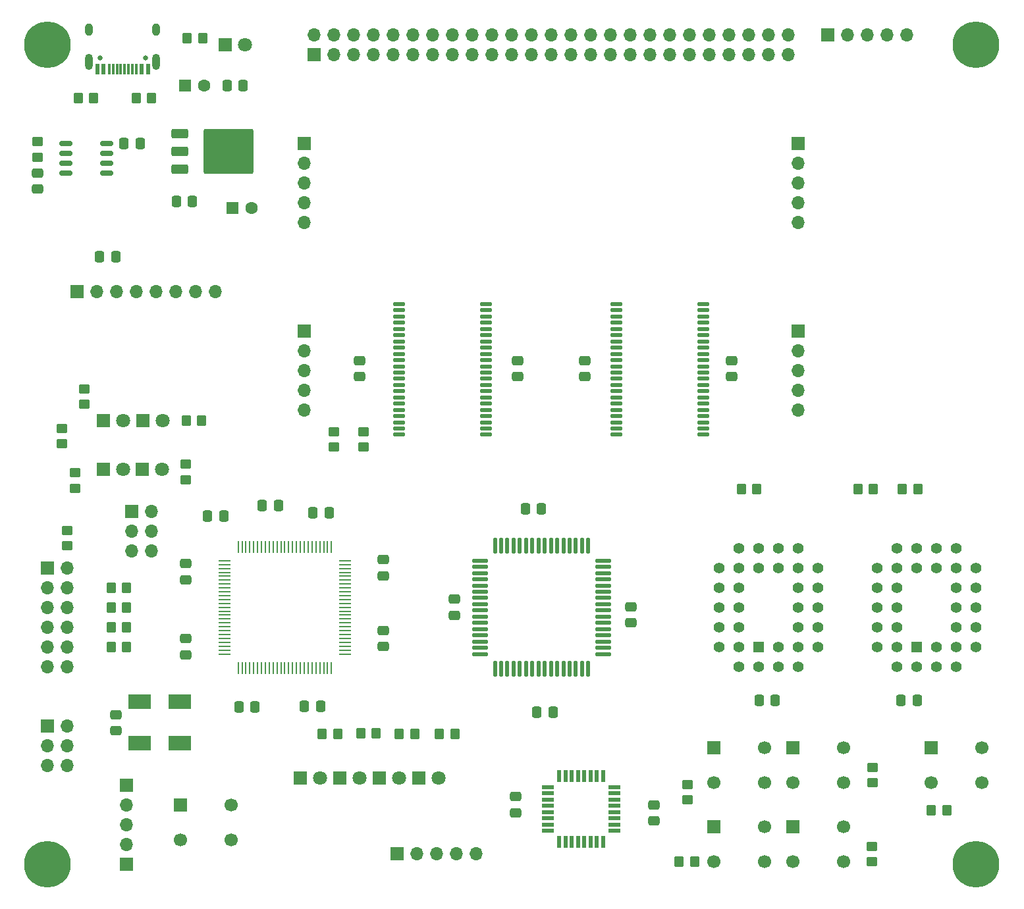
<source format=gbr>
G04 #@! TF.GenerationSoftware,KiCad,Pcbnew,7.0.7*
G04 #@! TF.CreationDate,2023-12-21T21:40:58+09:00*
G04 #@! TF.ProjectId,Pixy-68000,50697879-2d36-4383-9030-302e6b696361,rev?*
G04 #@! TF.SameCoordinates,Original*
G04 #@! TF.FileFunction,Soldermask,Top*
G04 #@! TF.FilePolarity,Negative*
%FSLAX46Y46*%
G04 Gerber Fmt 4.6, Leading zero omitted, Abs format (unit mm)*
G04 Created by KiCad (PCBNEW 7.0.7) date 2023-12-21 21:40:58*
%MOMM*%
%LPD*%
G01*
G04 APERTURE LIST*
G04 Aperture macros list*
%AMRoundRect*
0 Rectangle with rounded corners*
0 $1 Rounding radius*
0 $2 $3 $4 $5 $6 $7 $8 $9 X,Y pos of 4 corners*
0 Add a 4 corners polygon primitive as box body*
4,1,4,$2,$3,$4,$5,$6,$7,$8,$9,$2,$3,0*
0 Add four circle primitives for the rounded corners*
1,1,$1+$1,$2,$3*
1,1,$1+$1,$4,$5*
1,1,$1+$1,$6,$7*
1,1,$1+$1,$8,$9*
0 Add four rect primitives between the rounded corners*
20,1,$1+$1,$2,$3,$4,$5,0*
20,1,$1+$1,$4,$5,$6,$7,0*
20,1,$1+$1,$6,$7,$8,$9,0*
20,1,$1+$1,$8,$9,$2,$3,0*%
G04 Aperture macros list end*
%ADD10C,6.000000*%
%ADD11RoundRect,0.250000X-0.350000X-0.450000X0.350000X-0.450000X0.350000X0.450000X-0.350000X0.450000X0*%
%ADD12RoundRect,0.250000X0.450000X-0.350000X0.450000X0.350000X-0.450000X0.350000X-0.450000X-0.350000X0*%
%ADD13R,1.800000X1.800000*%
%ADD14C,1.800000*%
%ADD15RoundRect,0.250000X-0.337500X-0.475000X0.337500X-0.475000X0.337500X0.475000X-0.337500X0.475000X0*%
%ADD16R,1.700000X1.700000*%
%ADD17O,1.700000X1.700000*%
%ADD18C,1.700000*%
%ADD19RoundRect,0.250000X-0.450000X0.350000X-0.450000X-0.350000X0.450000X-0.350000X0.450000X0.350000X0*%
%ADD20RoundRect,0.250000X-0.475000X0.337500X-0.475000X-0.337500X0.475000X-0.337500X0.475000X0.337500X0*%
%ADD21RoundRect,0.250000X0.350000X0.450000X-0.350000X0.450000X-0.350000X-0.450000X0.350000X-0.450000X0*%
%ADD22RoundRect,0.250000X0.337500X0.475000X-0.337500X0.475000X-0.337500X-0.475000X0.337500X-0.475000X0*%
%ADD23RoundRect,0.150000X-0.675000X-0.150000X0.675000X-0.150000X0.675000X0.150000X-0.675000X0.150000X0*%
%ADD24C,0.650000*%
%ADD25R,0.600000X1.450000*%
%ADD26R,0.300000X1.450000*%
%ADD27O,1.000000X2.100000*%
%ADD28O,1.000000X1.600000*%
%ADD29R,3.000000X1.980000*%
%ADD30R,1.562100X0.279400*%
%ADD31R,0.279400X1.562100*%
%ADD32RoundRect,0.250000X0.475000X-0.337500X0.475000X0.337500X-0.475000X0.337500X-0.475000X-0.337500X0*%
%ADD33R,1.600000X1.600000*%
%ADD34C,1.600000*%
%ADD35R,1.600000X0.550000*%
%ADD36R,0.550000X1.600000*%
%ADD37R,1.422400X1.422400*%
%ADD38C,1.422400*%
%ADD39RoundRect,0.250000X-0.850000X-0.350000X0.850000X-0.350000X0.850000X0.350000X-0.850000X0.350000X0*%
%ADD40RoundRect,0.249997X-2.950003X-2.650003X2.950003X-2.650003X2.950003X2.650003X-2.950003X2.650003X0*%
%ADD41RoundRect,0.137500X-0.625000X-0.137500X0.625000X-0.137500X0.625000X0.137500X-0.625000X0.137500X0*%
%ADD42RoundRect,0.137500X-0.862500X-0.137500X0.862500X-0.137500X0.862500X0.137500X-0.862500X0.137500X0*%
%ADD43RoundRect,0.137500X-0.137500X-0.862500X0.137500X-0.862500X0.137500X0.862500X-0.137500X0.862500X0*%
G04 APERTURE END LIST*
D10*
X149860000Y-135890000D03*
X30480000Y-135890000D03*
X149860000Y-30480000D03*
X30480000Y-30480000D03*
D11*
X134641456Y-87637124D03*
X136641456Y-87637124D03*
D12*
X112741487Y-127637285D03*
X112741487Y-125637285D03*
D13*
X68018960Y-124830501D03*
D14*
X70558960Y-124830501D03*
D13*
X37596046Y-78870000D03*
D14*
X40136046Y-78870000D03*
D15*
X53525591Y-35782885D03*
X55600591Y-35782885D03*
D16*
X41250019Y-90510818D03*
D17*
X43790019Y-90510818D03*
X41250019Y-93050818D03*
X43790019Y-93050818D03*
X41250019Y-95590818D03*
X43790019Y-95590818D03*
D13*
X62938960Y-124830501D03*
D14*
X65478960Y-124830501D03*
D16*
X126290000Y-120940000D03*
D18*
X132790000Y-120940000D03*
X126290000Y-125440000D03*
X132790000Y-125440000D03*
D19*
X67310000Y-80280000D03*
X67310000Y-82280000D03*
X32290731Y-79849579D03*
X32290731Y-81849579D03*
X29184551Y-42975176D03*
X29184551Y-44975176D03*
D12*
X33020000Y-94980000D03*
X33020000Y-92980000D03*
D20*
X70590000Y-71112500D03*
X70590000Y-73187500D03*
D15*
X91905000Y-90170000D03*
X93980000Y-90170000D03*
D21*
X121650000Y-87630000D03*
X119650000Y-87630000D03*
D16*
X64770000Y-31750000D03*
D17*
X64770000Y-29210000D03*
X67310000Y-31750000D03*
X67310000Y-29210000D03*
X69850000Y-31750000D03*
X69850000Y-29210000D03*
X72390000Y-31750000D03*
X72390000Y-29210000D03*
X74930000Y-31750000D03*
X74930000Y-29210000D03*
X77470000Y-31750000D03*
X77470000Y-29210000D03*
X80010000Y-31750000D03*
X80010000Y-29210000D03*
X82550000Y-31750000D03*
X82550000Y-29210000D03*
X85090000Y-31750000D03*
X85090000Y-29210000D03*
X87630000Y-31750000D03*
X87630000Y-29210000D03*
X90170000Y-31750000D03*
X90170000Y-29210000D03*
X92710000Y-31750000D03*
X92710000Y-29210000D03*
X95250000Y-31750000D03*
X95250000Y-29210000D03*
X97790000Y-31750000D03*
X97790000Y-29210000D03*
X100330000Y-31750000D03*
X100330000Y-29210000D03*
X102870000Y-31750000D03*
X102870000Y-29210000D03*
X105410000Y-31750000D03*
X105410000Y-29210000D03*
X107950000Y-31750000D03*
X107950000Y-29210000D03*
X110490000Y-31750000D03*
X110490000Y-29210000D03*
X113030000Y-31750000D03*
X113030000Y-29210000D03*
X115570000Y-31750000D03*
X115570000Y-29210000D03*
X118110000Y-31750000D03*
X118110000Y-29210000D03*
X120650000Y-31750000D03*
X120650000Y-29210000D03*
X123190000Y-31750000D03*
X123190000Y-29210000D03*
X125730000Y-31750000D03*
X125730000Y-29210000D03*
D15*
X37136145Y-57769320D03*
X39211145Y-57769320D03*
D22*
X142253007Y-114872441D03*
X140178007Y-114872441D03*
X95462968Y-116398828D03*
X93387968Y-116398828D03*
D23*
X32850000Y-43175364D03*
X32850000Y-44445364D03*
X32850000Y-45715364D03*
X32850000Y-46985364D03*
X38100000Y-46985364D03*
X38100000Y-45715364D03*
X38100000Y-44445364D03*
X38100000Y-43175364D03*
D11*
X38640000Y-105410000D03*
X40640000Y-105410000D03*
D20*
X39217195Y-116676503D03*
X39217195Y-118751503D03*
D16*
X30480000Y-118110000D03*
D17*
X33020000Y-118110000D03*
X30480000Y-120650000D03*
X33020000Y-120650000D03*
X30480000Y-123190000D03*
X33020000Y-123190000D03*
D13*
X73098960Y-124830501D03*
D14*
X75638960Y-124830501D03*
D24*
X43016384Y-32194319D03*
X37236384Y-32194319D03*
D25*
X43376384Y-33639319D03*
X42576384Y-33639319D03*
D26*
X41376384Y-33639319D03*
X40376384Y-33639319D03*
X39876384Y-33639319D03*
X38876384Y-33639319D03*
D25*
X37676384Y-33639319D03*
X36876384Y-33639319D03*
X36876384Y-33639319D03*
X37676384Y-33639319D03*
D26*
X38376384Y-33639319D03*
X39376384Y-33639319D03*
X40876384Y-33639319D03*
X41876384Y-33639319D03*
D25*
X42576384Y-33639319D03*
X43376384Y-33639319D03*
D27*
X44446384Y-32724319D03*
D28*
X44446384Y-28544319D03*
D27*
X35806384Y-32724319D03*
D28*
X35806384Y-28544319D03*
D15*
X47020464Y-50628642D03*
X49095464Y-50628642D03*
D13*
X53340000Y-30475364D03*
D14*
X55880000Y-30475364D03*
D11*
X38640000Y-102870000D03*
X40640000Y-102870000D03*
D19*
X136489299Y-123452879D03*
X136489299Y-125452879D03*
D12*
X35160110Y-76775732D03*
X35160110Y-74775732D03*
D20*
X99567500Y-71112500D03*
X99567500Y-73187500D03*
D16*
X40640000Y-135890000D03*
X40640000Y-125730000D03*
D17*
X40640000Y-133350000D03*
X40640000Y-130810000D03*
X40640000Y-128270000D03*
D19*
X34036904Y-85535235D03*
X34036904Y-87535235D03*
D13*
X42676046Y-78870000D03*
D14*
X45216046Y-78870000D03*
D29*
X42272272Y-115045704D03*
X42272272Y-120305704D03*
X47472272Y-120305704D03*
X47472272Y-115045704D03*
D30*
X53181250Y-96869999D03*
X53181250Y-97370001D03*
X53181250Y-97870000D03*
X53181250Y-98369999D03*
X53181250Y-98870000D03*
X53181250Y-99369999D03*
X53181250Y-99870001D03*
X53181250Y-100370000D03*
X53181250Y-100869999D03*
X53181250Y-101370000D03*
X53181250Y-101869999D03*
X53181250Y-102369998D03*
X53181250Y-102870000D03*
X53181250Y-103369999D03*
X53181250Y-103870001D03*
X53181250Y-104370000D03*
X53181250Y-104869999D03*
X53181250Y-105370000D03*
X53181250Y-105869999D03*
X53181250Y-106370001D03*
X53181250Y-106870000D03*
X53181250Y-107369999D03*
X53181250Y-107870000D03*
X53181250Y-108369999D03*
X53181250Y-108870001D03*
D31*
X54959999Y-110648750D03*
X55460001Y-110648750D03*
X55960000Y-110648750D03*
X56459999Y-110648750D03*
X56960000Y-110648750D03*
X57459999Y-110648750D03*
X57960001Y-110648750D03*
X58460000Y-110648750D03*
X58959999Y-110648750D03*
X59460000Y-110648750D03*
X59959999Y-110648750D03*
X60460001Y-110648750D03*
X60960000Y-110648750D03*
X61459999Y-110648750D03*
X61960001Y-110648750D03*
X62460000Y-110648750D03*
X62960001Y-110648750D03*
X63460000Y-110648750D03*
X63959999Y-110648750D03*
X64460001Y-110648750D03*
X64960000Y-110648750D03*
X65460001Y-110648750D03*
X65960000Y-110648750D03*
X66459999Y-110648750D03*
X66960001Y-110648750D03*
D30*
X68738750Y-108870001D03*
X68738750Y-108369999D03*
X68738750Y-107870000D03*
X68738750Y-107370001D03*
X68738750Y-106870000D03*
X68738750Y-106370001D03*
X68738750Y-105869999D03*
X68738750Y-105370000D03*
X68738750Y-104870001D03*
X68738750Y-104370000D03*
X68738750Y-103870001D03*
X68738750Y-103369999D03*
X68738750Y-102870000D03*
X68738750Y-102370001D03*
X68738750Y-101869999D03*
X68738750Y-101370000D03*
X68738750Y-100869999D03*
X68738750Y-100370000D03*
X68738750Y-99870001D03*
X68738750Y-99369999D03*
X68738750Y-98870000D03*
X68738750Y-98369999D03*
X68738750Y-97870000D03*
X68738750Y-97370001D03*
X68738750Y-96869999D03*
D31*
X66960001Y-95091250D03*
X66459999Y-95091250D03*
X65960000Y-95091250D03*
X65460001Y-95091250D03*
X64960000Y-95091250D03*
X64460001Y-95091250D03*
X63959999Y-95091250D03*
X63460000Y-95091250D03*
X62960001Y-95091250D03*
X62460000Y-95091250D03*
X61960001Y-95091250D03*
X61459999Y-95091250D03*
X60960000Y-95091250D03*
X60460001Y-95091250D03*
X59959999Y-95091250D03*
X59460000Y-95091250D03*
X58959999Y-95091250D03*
X58460000Y-95091250D03*
X57960001Y-95091250D03*
X57459999Y-95091250D03*
X56960000Y-95091250D03*
X56459999Y-95091250D03*
X55960000Y-95091250D03*
X55460001Y-95091250D03*
X54959999Y-95091250D03*
D13*
X78178960Y-124830501D03*
D14*
X80718960Y-124830501D03*
D13*
X37596046Y-85090000D03*
D14*
X40136046Y-85090000D03*
D21*
X146067375Y-129013899D03*
X144067375Y-129013899D03*
D32*
X118385000Y-73187500D03*
X118385000Y-71112500D03*
D19*
X136469889Y-133594922D03*
X136469889Y-135594922D03*
D33*
X54222834Y-51527438D03*
D34*
X56722834Y-51527438D03*
D21*
X82829012Y-119140172D03*
X80829012Y-119140172D03*
D35*
X94810000Y-126010000D03*
X94810000Y-126810000D03*
X94810000Y-127610000D03*
X94810000Y-128410000D03*
X94810000Y-129210000D03*
X94810000Y-130010000D03*
X94810000Y-130810000D03*
X94810000Y-131610000D03*
D36*
X96260000Y-133060000D03*
X97060000Y-133060000D03*
X97860000Y-133060000D03*
X98660000Y-133060000D03*
X99460000Y-133060000D03*
X100260000Y-133060000D03*
X101060000Y-133060000D03*
X101860000Y-133060000D03*
D35*
X103310000Y-131610000D03*
X103310000Y-130810000D03*
X103310000Y-130010000D03*
X103310000Y-129210000D03*
X103310000Y-128410000D03*
X103310000Y-127610000D03*
X103310000Y-126810000D03*
X103310000Y-126010000D03*
D36*
X101860000Y-124560000D03*
X101060000Y-124560000D03*
X100260000Y-124560000D03*
X99460000Y-124560000D03*
X98660000Y-124560000D03*
X97860000Y-124560000D03*
X97060000Y-124560000D03*
X96260000Y-124560000D03*
D11*
X111660259Y-135605115D03*
X113660259Y-135605115D03*
D16*
X127000000Y-43180000D03*
D17*
X127000000Y-45720000D03*
X127000000Y-48260000D03*
X127000000Y-50800000D03*
X127000000Y-53340000D03*
D15*
X64583052Y-90707643D03*
X66658052Y-90707643D03*
D11*
X38640000Y-100330000D03*
X40640000Y-100330000D03*
D16*
X116130000Y-120940000D03*
D18*
X122630000Y-120940000D03*
X116130000Y-125440000D03*
X122630000Y-125440000D03*
D16*
X63500000Y-67310000D03*
D17*
X63500000Y-69850000D03*
X63500000Y-72390000D03*
X63500000Y-74930000D03*
X63500000Y-77470000D03*
D21*
X142369201Y-87670178D03*
X140369201Y-87670178D03*
D15*
X121947356Y-114838003D03*
X124022356Y-114838003D03*
D20*
X73660000Y-96752500D03*
X73660000Y-98827500D03*
D37*
X121920000Y-107950000D03*
D38*
X124460000Y-110490000D03*
X124460000Y-107950000D03*
X127000000Y-110490000D03*
X129540000Y-107950000D03*
X127000000Y-107950000D03*
X129540000Y-105410000D03*
X127000000Y-105410000D03*
X129540000Y-102870000D03*
X127000000Y-102870000D03*
X129540000Y-100330000D03*
X127000000Y-100330000D03*
X129540000Y-97790000D03*
X127000000Y-95250000D03*
X127000000Y-97790000D03*
X124460000Y-95250000D03*
X124460000Y-97790000D03*
X121920000Y-95250000D03*
X121920000Y-97790000D03*
X119380000Y-95250000D03*
X116840000Y-97790000D03*
X119380000Y-97790000D03*
X116840000Y-100330000D03*
X119380000Y-100330000D03*
X116840000Y-102870000D03*
X119380000Y-102870000D03*
X116840000Y-105410000D03*
X119380000Y-105410000D03*
X116840000Y-107950000D03*
X119380000Y-110490000D03*
X119380000Y-107950000D03*
X121920000Y-110490000D03*
D15*
X58082538Y-89738182D03*
X60157538Y-89738182D03*
D32*
X73660000Y-107926951D03*
X73660000Y-105851951D03*
D16*
X126290000Y-131100000D03*
D18*
X132790000Y-131100000D03*
X126290000Y-135600000D03*
X132790000Y-135600000D03*
D16*
X144070000Y-120940000D03*
D18*
X150570000Y-120940000D03*
X144070000Y-125440000D03*
X150570000Y-125440000D03*
D16*
X127000000Y-67310000D03*
D17*
X127000000Y-69850000D03*
X127000000Y-72390000D03*
X127000000Y-74930000D03*
X127000000Y-77470000D03*
D39*
X47463261Y-41910364D03*
X47463261Y-44190364D03*
X47463261Y-46470364D03*
D40*
X53763261Y-44190364D03*
D32*
X90610000Y-129307500D03*
X90610000Y-127232500D03*
D20*
X48233713Y-97264003D03*
X48233713Y-99339003D03*
D11*
X48381861Y-29642169D03*
X50381861Y-29642169D03*
D13*
X42637252Y-85090000D03*
D14*
X45177252Y-85090000D03*
D32*
X48260000Y-108985274D03*
X48260000Y-106910274D03*
D16*
X47550000Y-128270000D03*
D18*
X54050000Y-128270000D03*
X47550000Y-132770000D03*
X54050000Y-132770000D03*
D33*
X48116413Y-35745747D03*
D34*
X50616413Y-35745747D03*
D21*
X77664083Y-119140172D03*
X75664083Y-119140172D03*
X36402874Y-37365301D03*
X34402874Y-37365301D03*
D19*
X48260000Y-84471802D03*
X48260000Y-86471802D03*
D21*
X67754136Y-119140172D03*
X65754136Y-119140172D03*
D41*
X103632500Y-63870000D03*
X103632500Y-64670000D03*
X103632500Y-65470000D03*
X103632500Y-66270000D03*
X103632500Y-67070000D03*
X103632500Y-67870000D03*
X103632500Y-68670000D03*
X103632500Y-69470000D03*
X103632500Y-70270000D03*
X103632500Y-71070000D03*
X103632500Y-71870000D03*
X103632500Y-72670000D03*
X103632500Y-73470000D03*
X103632500Y-74270000D03*
X103632500Y-75070000D03*
X103632500Y-75870000D03*
X103632500Y-76670000D03*
X103632500Y-77470000D03*
X103632500Y-78270000D03*
X103632500Y-79070000D03*
X103632500Y-79870000D03*
X103632500Y-80670000D03*
X114807500Y-80670000D03*
X114807500Y-79870000D03*
X114807500Y-79070000D03*
X114807500Y-78270000D03*
X114807500Y-77470000D03*
X114807500Y-76670000D03*
X114807500Y-75870000D03*
X114807500Y-75070000D03*
X114807500Y-74270000D03*
X114807500Y-73470000D03*
X114807500Y-72670000D03*
X114807500Y-71870000D03*
X114807500Y-71070000D03*
X114807500Y-70270000D03*
X114807500Y-69470000D03*
X114807500Y-68670000D03*
X114807500Y-67870000D03*
X114807500Y-67070000D03*
X114807500Y-66270000D03*
X114807500Y-65470000D03*
X114807500Y-64670000D03*
X114807500Y-63870000D03*
D16*
X75421686Y-134566669D03*
D17*
X77961686Y-134566669D03*
X80501686Y-134566669D03*
X83041686Y-134566669D03*
X85581686Y-134566669D03*
D20*
X82782500Y-101832500D03*
X82782500Y-103907500D03*
D16*
X116130000Y-131100000D03*
D18*
X122630000Y-131100000D03*
X116130000Y-135600000D03*
X122630000Y-135600000D03*
D11*
X41853579Y-37365301D03*
X43853579Y-37365301D03*
D41*
X75692500Y-63870000D03*
X75692500Y-64670000D03*
X75692500Y-65470000D03*
X75692500Y-66270000D03*
X75692500Y-67070000D03*
X75692500Y-67870000D03*
X75692500Y-68670000D03*
X75692500Y-69470000D03*
X75692500Y-70270000D03*
X75692500Y-71070000D03*
X75692500Y-71870000D03*
X75692500Y-72670000D03*
X75692500Y-73470000D03*
X75692500Y-74270000D03*
X75692500Y-75070000D03*
X75692500Y-75870000D03*
X75692500Y-76670000D03*
X75692500Y-77470000D03*
X75692500Y-78270000D03*
X75692500Y-79070000D03*
X75692500Y-79870000D03*
X75692500Y-80670000D03*
X86867500Y-80670000D03*
X86867500Y-79870000D03*
X86867500Y-79070000D03*
X86867500Y-78270000D03*
X86867500Y-77470000D03*
X86867500Y-76670000D03*
X86867500Y-75870000D03*
X86867500Y-75070000D03*
X86867500Y-74270000D03*
X86867500Y-73470000D03*
X86867500Y-72670000D03*
X86867500Y-71870000D03*
X86867500Y-71070000D03*
X86867500Y-70270000D03*
X86867500Y-69470000D03*
X86867500Y-68670000D03*
X86867500Y-67870000D03*
X86867500Y-67070000D03*
X86867500Y-66270000D03*
X86867500Y-65470000D03*
X86867500Y-64670000D03*
X86867500Y-63870000D03*
D11*
X48283055Y-78849925D03*
X50283055Y-78849925D03*
D32*
X108390000Y-130345000D03*
X108390000Y-128270000D03*
D16*
X130810000Y-29210000D03*
D17*
X133350000Y-29210000D03*
X135890000Y-29210000D03*
X138430000Y-29210000D03*
X140970000Y-29210000D03*
D19*
X71120000Y-80280000D03*
X71120000Y-82280000D03*
D15*
X40302903Y-43168058D03*
X42377903Y-43168058D03*
D16*
X34290000Y-62230000D03*
D17*
X36830000Y-62230000D03*
X39370000Y-62230000D03*
X41910000Y-62230000D03*
X44450000Y-62230000D03*
X46990000Y-62230000D03*
X49530000Y-62230000D03*
X52070000Y-62230000D03*
D37*
X142240000Y-107950000D03*
D38*
X144780000Y-110490000D03*
X144780000Y-107950000D03*
X147320000Y-110490000D03*
X149860000Y-107950000D03*
X147320000Y-107950000D03*
X149860000Y-105410000D03*
X147320000Y-105410000D03*
X149860000Y-102870000D03*
X147320000Y-102870000D03*
X149860000Y-100330000D03*
X147320000Y-100330000D03*
X149860000Y-97790000D03*
X147320000Y-95250000D03*
X147320000Y-97790000D03*
X144780000Y-95250000D03*
X144780000Y-97790000D03*
X142240000Y-95250000D03*
X142240000Y-97790000D03*
X139700000Y-95250000D03*
X137160000Y-97790000D03*
X139700000Y-97790000D03*
X137160000Y-100330000D03*
X139700000Y-100330000D03*
X137160000Y-102870000D03*
X139700000Y-102870000D03*
X137160000Y-105410000D03*
X139700000Y-105410000D03*
X137160000Y-107950000D03*
X139700000Y-110490000D03*
X139700000Y-107950000D03*
X142240000Y-110490000D03*
D21*
X72709110Y-119098181D03*
X70709110Y-119098181D03*
D22*
X53118951Y-91112332D03*
X51043951Y-91112332D03*
D15*
X55069174Y-115673952D03*
X57144174Y-115673952D03*
D42*
X86055000Y-96870000D03*
X86055000Y-97670000D03*
X86055000Y-98470000D03*
X86055000Y-99270000D03*
X86055000Y-100070000D03*
X86055000Y-100870000D03*
X86055000Y-101670000D03*
X86055000Y-102470000D03*
X86055000Y-103270000D03*
X86055000Y-104070000D03*
X86055000Y-104870000D03*
X86055000Y-105670000D03*
X86055000Y-106470000D03*
X86055000Y-107270000D03*
X86055000Y-108070000D03*
X86055000Y-108870000D03*
D43*
X87980000Y-110795000D03*
X88780000Y-110795000D03*
X89580000Y-110795000D03*
X90380000Y-110795000D03*
X91180000Y-110795000D03*
X91980000Y-110795000D03*
X92780000Y-110795000D03*
X93580000Y-110795000D03*
X94380000Y-110795000D03*
X95180000Y-110795000D03*
X95980000Y-110795000D03*
X96780000Y-110795000D03*
X97580000Y-110795000D03*
X98380000Y-110795000D03*
X99180000Y-110795000D03*
X99980000Y-110795000D03*
D42*
X101905000Y-108870000D03*
X101905000Y-108070000D03*
X101905000Y-107270000D03*
X101905000Y-106470000D03*
X101905000Y-105670000D03*
X101905000Y-104870000D03*
X101905000Y-104070000D03*
X101905000Y-103270000D03*
X101905000Y-102470000D03*
X101905000Y-101670000D03*
X101905000Y-100870000D03*
X101905000Y-100070000D03*
X101905000Y-99270000D03*
X101905000Y-98470000D03*
X101905000Y-97670000D03*
X101905000Y-96870000D03*
D43*
X99980000Y-94945000D03*
X99180000Y-94945000D03*
X98380000Y-94945000D03*
X97580000Y-94945000D03*
X96780000Y-94945000D03*
X95980000Y-94945000D03*
X95180000Y-94945000D03*
X94380000Y-94945000D03*
X93580000Y-94945000D03*
X92780000Y-94945000D03*
X91980000Y-94945000D03*
X91180000Y-94945000D03*
X90380000Y-94945000D03*
X89580000Y-94945000D03*
X88780000Y-94945000D03*
X87980000Y-94945000D03*
D20*
X29166342Y-46994372D03*
X29166342Y-49069372D03*
D16*
X30480000Y-97790000D03*
D17*
X33020000Y-97790000D03*
X30480000Y-100330000D03*
X33020000Y-100330000D03*
X30480000Y-102870000D03*
X33020000Y-102870000D03*
X30480000Y-105410000D03*
X33020000Y-105410000D03*
X30480000Y-107950000D03*
X33020000Y-107950000D03*
X30480000Y-110490000D03*
X33020000Y-110490000D03*
D16*
X63500000Y-43180000D03*
D17*
X63500000Y-45720000D03*
X63500000Y-48260000D03*
X63500000Y-50800000D03*
X63500000Y-53340000D03*
D22*
X65550027Y-115570000D03*
X63475027Y-115570000D03*
D32*
X90910000Y-73187500D03*
X90910000Y-71112500D03*
D20*
X105418038Y-102808161D03*
X105418038Y-104883161D03*
D11*
X38640000Y-107950000D03*
X40640000Y-107950000D03*
M02*

</source>
